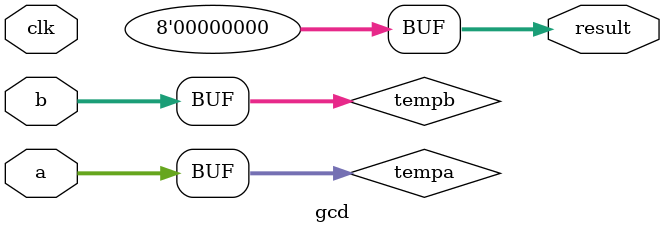
<source format=v>
`timescale 10ns / 1ns



module gcd(result, a, b, clk);
    // defining input and output ports 
    input [7:0] a,b;
    input clk;
    output reg [7:0] result;

    // temporary registers that will initially store values of a and b, and then reduce iteratively until GCD is found
    reg [7:0] tempa, tempb;

    // following code is executed at every positive edge trigger of the clock cycle
    always @ (posedge clk)
    begin
        // if one of them is zero, then the other is the gcd
        if (tempa == 0)
            result <= tempb;
        else if (tempb == 0)
            result <= tempa;
        else
        // if not, then the smaller of the two is subtracted from the larger of the two
        begin
            if (tempa > tempb)
                tempa <= tempa - tempb;
            else
                tempb <= tempb - tempa;
        end
    end

    // if the value of a and b ever changes (ie, a new test case is passed), the values of tempa and tempb are updated
    //  correspondingly and result is reset to zero
    always @ (a or b)
        begin 
            tempa <= a; 
            tempb <= b; 
            result <= 0;
        end

endmodule

</source>
